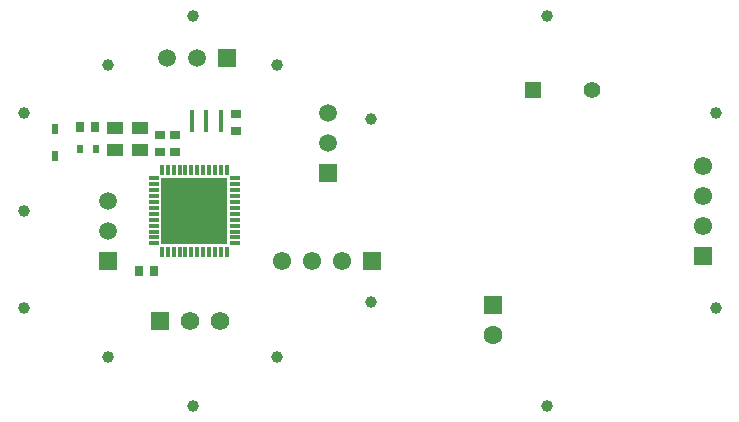
<source format=gbr>
G04*
G04 #@! TF.GenerationSoftware,Altium Limited,Altium Designer,25.8.1 (18)*
G04*
G04 Layer_Color=255*
%FSLAX25Y25*%
%MOIN*%
G70*
G04*
G04 #@! TF.SameCoordinates,CA0B9550-AE98-4C71-85A6-844D78770B91*
G04*
G04*
G04 #@! TF.FilePolarity,Positive*
G04*
G01*
G75*
G04:AMPARAMS|DCode=29|XSize=39.37mil|YSize=39.37mil|CornerRadius=19.68mil|HoleSize=0mil|Usage=FLASHONLY|Rotation=150.000|XOffset=0mil|YOffset=0mil|HoleType=Round|Shape=RoundedRectangle|*
%AMROUNDEDRECTD29*
21,1,0.03937,0.00000,0,0,150.0*
21,1,0.00000,0.03937,0,0,150.0*
1,1,0.03937,0.00000,0.00000*
1,1,0.03937,0.00000,0.00000*
1,1,0.03937,0.00000,0.00000*
1,1,0.03937,0.00000,0.00000*
%
%ADD29ROUNDEDRECTD29*%
G04:AMPARAMS|DCode=30|XSize=39.37mil|YSize=39.37mil|CornerRadius=19.68mil|HoleSize=0mil|Usage=FLASHONLY|Rotation=90.000|XOffset=0mil|YOffset=0mil|HoleType=Round|Shape=RoundedRectangle|*
%AMROUNDEDRECTD30*
21,1,0.03937,0.00000,0,0,90.0*
21,1,0.00000,0.03937,0,0,90.0*
1,1,0.03937,0.00000,0.00000*
1,1,0.03937,0.00000,0.00000*
1,1,0.03937,0.00000,0.00000*
1,1,0.03937,0.00000,0.00000*
%
%ADD30ROUNDEDRECTD30*%
G04:AMPARAMS|DCode=31|XSize=39.37mil|YSize=39.37mil|CornerRadius=19.68mil|HoleSize=0mil|Usage=FLASHONLY|Rotation=210.000|XOffset=0mil|YOffset=0mil|HoleType=Round|Shape=RoundedRectangle|*
%AMROUNDEDRECTD31*
21,1,0.03937,0.00000,0,0,210.0*
21,1,0.00000,0.03937,0,0,210.0*
1,1,0.03937,0.00000,0.00000*
1,1,0.03937,0.00000,0.00000*
1,1,0.03937,0.00000,0.00000*
1,1,0.03937,0.00000,0.00000*
%
%ADD31ROUNDEDRECTD31*%
%ADD41R,0.05984X0.05984*%
%ADD42C,0.05984*%
%ADD48R,0.05984X0.05984*%
%ADD49C,0.06181*%
%ADD50R,0.06181X0.06181*%
%ADD54C,0.06102*%
%ADD55R,0.06102X0.06102*%
%ADD56R,0.06102X0.06102*%
%ADD57C,0.05512*%
%ADD58R,0.05512X0.05512*%
%ADD59C,0.06299*%
%ADD60R,0.06299X0.06299*%
%ADD62R,0.01575X0.07480*%
%ADD63R,0.03504X0.02520*%
%ADD64R,0.03150X0.03740*%
%ADD65R,0.01968X0.03543*%
%ADD66R,0.22441X0.22441*%
%ADD67R,0.01181X0.03347*%
%ADD68R,0.03347X0.01181*%
%ADD69R,0.02362X0.03150*%
%ADD70R,0.05500X0.04300*%
D29*
X114449Y32520D02*
D03*
X-116326Y-32520D02*
D03*
X-116339Y0D02*
D03*
D30*
X-661Y30520D02*
D03*
X114449Y-32520D02*
D03*
X-661Y-30520D02*
D03*
X-116326Y32520D02*
D03*
X-31850Y-48780D02*
D03*
X-88150Y48780D02*
D03*
D31*
X58110Y65039D02*
D03*
Y-65039D02*
D03*
X-60000Y65039D02*
D03*
Y-65039D02*
D03*
X-88150Y-48780D02*
D03*
X-31850Y48780D02*
D03*
D41*
X-88073Y-16726D02*
D03*
X-14976Y12556D02*
D03*
D42*
X-88073Y-6726D02*
D03*
Y3274D02*
D03*
X-58492Y50888D02*
D03*
X-68492D02*
D03*
X-14976Y32556D02*
D03*
Y22556D02*
D03*
D48*
X-48492Y50888D02*
D03*
D49*
X-50858Y-36615D02*
D03*
X-60858D02*
D03*
D50*
X-70858D02*
D03*
D54*
X110273Y-4970D02*
D03*
Y5030D02*
D03*
X110273Y15030D02*
D03*
X-30038Y-16647D02*
D03*
X-10038D02*
D03*
X-20038D02*
D03*
D55*
X110273Y-14970D02*
D03*
D56*
X-38Y-16647D02*
D03*
D57*
X73118Y40397D02*
D03*
D58*
X53433D02*
D03*
D59*
X40225Y-41240D02*
D03*
D60*
Y-31240D02*
D03*
D62*
X-60112Y29965D02*
D03*
X-50664D02*
D03*
X-55388D02*
D03*
D63*
X-45646Y32214D02*
D03*
Y26702D02*
D03*
X-70959Y19707D02*
D03*
X-65959D02*
D03*
Y25219D02*
D03*
X-70959D02*
D03*
D64*
X-97361Y28000D02*
D03*
X-77861Y-20000D02*
D03*
X-72939D02*
D03*
X-92439Y28000D02*
D03*
D65*
X-105713Y27201D02*
D03*
Y18146D02*
D03*
D66*
X-59400Y0D02*
D03*
D67*
X-56447Y13583D02*
D03*
X-54479D02*
D03*
X-70227Y-13583D02*
D03*
X-52510Y13583D02*
D03*
X-68258Y-13583D02*
D03*
X-50542D02*
D03*
X-54479D02*
D03*
X-52510D02*
D03*
X-60384Y13583D02*
D03*
X-62353D02*
D03*
X-64321D02*
D03*
X-58416D02*
D03*
X-70227D02*
D03*
X-68258D02*
D03*
X-66290D02*
D03*
X-50542D02*
D03*
X-48573D02*
D03*
Y-13583D02*
D03*
X-56447D02*
D03*
X-58416D02*
D03*
X-60384D02*
D03*
X-62353D02*
D03*
X-64321D02*
D03*
X-66290D02*
D03*
D68*
X-45817Y-984D02*
D03*
X-72983Y-10827D02*
D03*
X-45817Y10827D02*
D03*
Y8858D02*
D03*
Y6890D02*
D03*
Y4921D02*
D03*
Y2953D02*
D03*
Y984D02*
D03*
Y-2953D02*
D03*
Y-4921D02*
D03*
Y-6890D02*
D03*
Y-8858D02*
D03*
Y-10827D02*
D03*
X-72983Y-8858D02*
D03*
Y-6890D02*
D03*
Y-4921D02*
D03*
Y-2953D02*
D03*
Y-984D02*
D03*
Y984D02*
D03*
Y2953D02*
D03*
Y4921D02*
D03*
Y6890D02*
D03*
Y8858D02*
D03*
Y10827D02*
D03*
D69*
X-92144Y20500D02*
D03*
X-97656D02*
D03*
D70*
X-77400Y27650D02*
D03*
Y20350D02*
D03*
X-85900D02*
D03*
Y27650D02*
D03*
M02*

</source>
